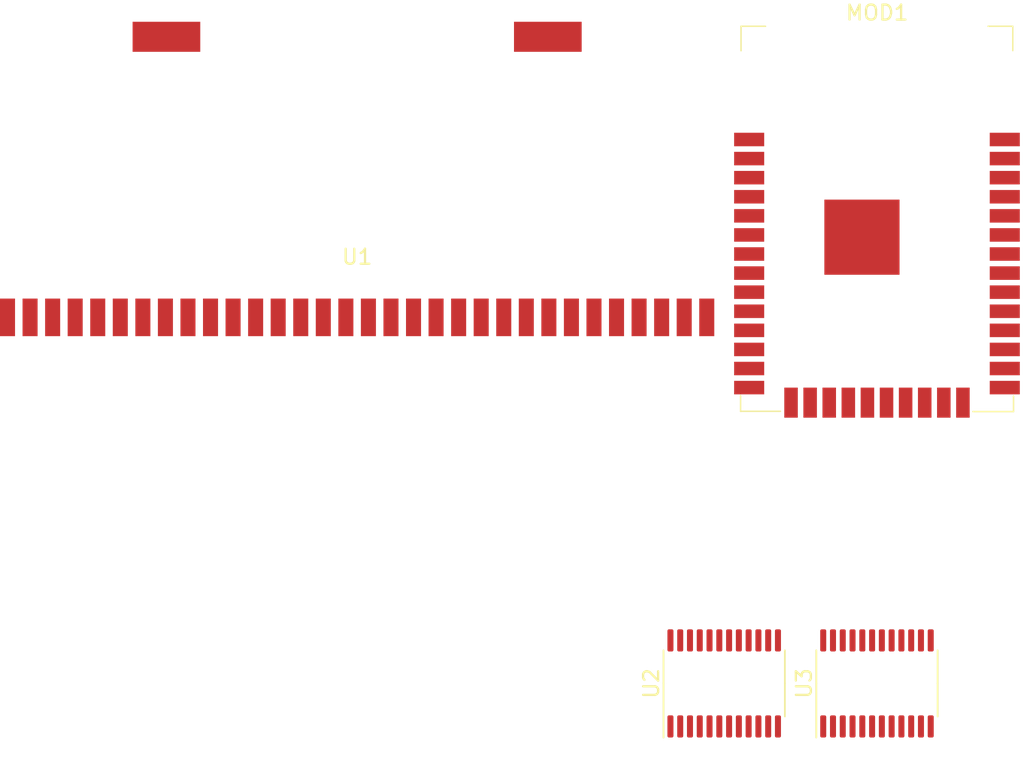
<source format=kicad_pcb>
(kicad_pcb (version 20211014) (generator pcbnew)
  (layers (0 "F.Cu" signal) (31 "B.Cu" signal) (34 "B.Paste" user) (35 "F.Paste" user) (36 "B.SilkS" user "B.Silkscreen") (37 "F.SilkS" user "F.Silkscreen") (38 "B.Mask" user) (39 "F.Mask" user) (44 "Edge.Cuts" user))
  (net 0 "")
  (net 8 "SCL")
  (net 9 "SDA")
  (footprint "Package_SO:TSSOP-24_4.4x7.8mm_P0.65mm" (layer "F.Cu") (at -393.7 86.36 90)
    (fp_text reference "U3" (at 0 -4.85 90) (layer "F.SilkS"))
    (fp_text value "PCAL6416APW")
    (fp_line (start 0 4.035) (end 2.2 4.035) (layer "F.SilkS") (width 0.12))
    (fp_line (start 0 4.035) (end -2.2 4.035) (layer "F.SilkS") (width 0.12))
    (fp_line (start 0 -4.035) (end 2.2 -4.035) (layer "F.SilkS") (width 0.12))
    (fp_line (start 0 -4.035) (end -3.6 -4.035) (layer "F.SilkS") (width 0.12))
    (pad "1" smd roundrect (at -2.8625 -3.575 90) (size 1.475 0.4) (layers "F.Cu" "F.Paste" "F.Mask"))
    (pad "2" smd roundrect (at -2.8625 -2.925 90) (size 1.475 0.4) (layers "F.Cu" "F.Paste" "F.Mask"))
    (pad "3" smd roundrect (at -2.8625 -2.275 90) (size 1.475 0.4) (layers "F.Cu" "F.Paste" "F.Mask"))
    (pad "4" smd roundrect (at -2.8625 -1.625 90) (size 1.475 0.4) (layers "F.Cu" "F.Paste" "F.Mask"))
    (pad "5" smd roundrect (at -2.8625 -0.975 90) (size 1.475 0.4) (layers "F.Cu" "F.Paste" "F.Mask"))
    (pad "6" smd roundrect (at -2.8625 -0.325 90) (size 1.475 0.4) (layers "F.Cu" "F.Paste" "F.Mask"))
    (pad "7" smd roundrect (at -2.8625 0.325 90) (size 1.475 0.4) (layers "F.Cu" "F.Paste" "F.Mask"))
    (pad "8" smd roundrect (at -2.8625 0.975 90) (size 1.475 0.4) (layers "F.Cu" "F.Paste" "F.Mask"))
    (pad "9" smd roundrect (at -2.8625 1.625 90) (size 1.475 0.4) (layers "F.Cu" "F.Paste" "F.Mask"))
    (pad "10" smd roundrect (at -2.8625 2.275 90) (size 1.475 0.4) (layers "F.Cu" "F.Paste" "F.Mask"))
    (pad "11" smd roundrect (at -2.8625 2.925 90) (size 1.475 0.4) (layers "F.Cu" "F.Paste" "F.Mask"))
    (pad "12" smd roundrect (at -2.8625 3.575 90) (size 1.475 0.4) (layers "F.Cu" "F.Paste" "F.Mask"))
    (pad "13" smd roundrect (at 2.8625 3.575 90) (size 1.475 0.4) (layers "F.Cu" "F.Paste" "F.Mask"))
    (pad "14" smd roundrect (at 2.8625 2.925 90) (size 1.475 0.4) (layers "F.Cu" "F.Paste" "F.Mask"))
    (pad "15" smd roundrect (at 2.8625 2.275 90) (size 1.475 0.4) (layers "F.Cu" "F.Paste" "F.Mask"))
    (pad "16" smd roundrect (at 2.8625 1.625 90) (size 1.475 0.4) (layers "F.Cu" "F.Paste" "F.Mask"))
    (pad "17" smd roundrect (at 2.8625 0.975 90) (size 1.475 0.4) (layers "F.Cu" "F.Paste" "F.Mask"))
    (pad "18" smd roundrect (at 2.8625 0.325 90) (size 1.475 0.4) (layers "F.Cu" "F.Paste" "F.Mask"))
    (pad "19" smd roundrect (at 2.8625 -0.325 90) (size 1.475 0.4) (layers "F.Cu" "F.Paste" "F.Mask"))
    (pad "20" smd roundrect (at 2.8625 -0.975 90) (size 1.475 0.4) (layers "F.Cu" "F.Paste" "F.Mask"))
    (pad "21" smd roundrect (at 2.8625 -1.625 90) (size 1.475 0.4) (layers "F.Cu" "F.Paste" "F.Mask"))
    (pad "22" smd roundrect (at 2.8625 -2.275 90) (size 1.475 0.4) (layers "F.Cu" "F.Paste" "F.Mask") (net 8 "SCL"))
    (pad "23" smd roundrect (at 2.8625 -2.925 90) (size 1.475 0.4) (layers "F.Cu" "F.Paste" "F.Mask") (net 9 "SDA"))
    (pad "24" smd roundrect (at 2.8625 -3.575 90) (size 1.475 0.4) (layers "F.Cu" "F.Paste" "F.Mask"))
  )
  (footprint "Footprints:DSL_Cartridge_Reader" (layer "F.Cu") (at -428.27 56.2508)
    (fp_text reference "U1" (at 0 1.7272 180) (layer "F.SilkS"))
    (fp_text value "CartBus")
    (pad "" np_thru_hole circle locked (at 12.93204 -2.04724) (size 2 2) (drill 2) (layers *.Cu *.Mask))
    (pad "" np_thru_hole circle locked (at -12.93204 -2.04724) (size 2 2) (drill 2) (layers *.Cu *.Mask))
    (pad "1" smd rect locked (at -23.25 5.75) (size 1 2.5) (layers "F.Cu" "F.Paste" "F.Mask"))
    (pad "2" smd rect locked (at -21.75 5.75) (size 1 2.5) (layers "F.Cu" "F.Paste" "F.Mask"))
    (pad "3" smd rect locked (at -20.25 5.75) (size 1 2.5) (layers "F.Cu" "F.Paste" "F.Mask"))
    (pad "4" smd rect locked (at -18.75 5.75) (size 1 2.5) (layers "F.Cu" "F.Paste" "F.Mask"))
    (pad "5" smd rect locked (at -17.25 5.75) (size 1 2.5) (layers "F.Cu" "F.Paste" "F.Mask"))
    (pad "6" smd rect locked (at -15.75 5.75) (size 1 2.5) (layers "F.Cu" "F.Paste" "F.Mask"))
    (pad "7" smd rect locked (at -14.25 5.75) (size 1 2.5) (layers "F.Cu" "F.Paste" "F.Mask"))
    (pad "8" smd rect locked (at -12.75 5.75) (size 1 2.5) (layers "F.Cu" "F.Paste" "F.Mask"))
    (pad "9" smd rect locked (at -11.25 5.75) (size 1 2.5) (layers "F.Cu" "F.Paste" "F.Mask"))
    (pad "10" smd rect locked (at -9.75 5.75) (size 1 2.5) (layers "F.Cu" "F.Paste" "F.Mask"))
    (pad "11" smd rect locked (at -8.25 5.75) (size 1 2.5) (layers "F.Cu" "F.Paste" "F.Mask"))
    (pad "12" smd rect locked (at -6.75 5.75) (size 1 2.5) (layers "F.Cu" "F.Paste" "F.Mask"))
    (pad "13" smd rect locked (at -5.25 5.75) (size 1 2.5) (layers "F.Cu" "F.Paste" "F.Mask"))
    (pad "14" smd rect locked (at -3.75 5.75) (size 1 2.5) (layers "F.Cu" "F.Paste" "F.Mask"))
    (pad "15" smd rect locked (at -2.25 5.75) (size 1 2.5) (layers "F.Cu" "F.Paste" "F.Mask"))
    (pad "16" smd rect locked (at -0.75 5.75) (size 1 2.5) (layers "F.Cu" "F.Paste" "F.Mask"))
    (pad "17" smd rect locked (at 0.75 5.75) (size 1 2.5) (layers "F.Cu" "F.Paste" "F.Mask"))
    (pad "18" smd rect locked (at 2.25 5.75) (size 1 2.5) (layers "F.Cu" "F.Paste" "F.Mask"))
    (pad "19" smd rect locked (at 3.75 5.75) (size 1 2.5) (layers "F.Cu" "F.Paste" "F.Mask"))
    (pad "20" smd rect locked (at 5.25 5.75) (size 1 2.5) (layers "F.Cu" "F.Paste" "F.Mask"))
    (pad "21" smd rect locked (at 6.75 5.75) (size 1 2.5) (layers "F.Cu" "F.Paste" "F.Mask"))
    (pad "22" smd rect locked (at 8.25 5.75) (size 1 2.5) (layers "F.Cu" "F.Paste" "F.Mask"))
    (pad "23" smd rect locked (at 9.75 5.75) (size 1 2.5) (layers "F.Cu" "F.Paste" "F.Mask"))
    (pad "24" smd rect locked (at 11.25 5.75) (size 1 2.5) (layers "F.Cu" "F.Paste" "F.Mask"))
    (pad "25" smd rect locked (at 12.75 5.75) (size 1 2.5) (layers "F.Cu" "F.Paste" "F.Mask"))
    (pad "26" smd rect locked (at 14.25 5.75) (size 1 2.5) (layers "F.Cu" "F.Paste" "F.Mask"))
    (pad "27" smd rect locked (at 15.75 5.75) (size 1 2.5) (layers "F.Cu" "F.Paste" "F.Mask"))
    (pad "28" smd rect locked (at 17.25 5.75) (size 1 2.5) (layers "F.Cu" "F.Paste" "F.Mask"))
    (pad "29" smd rect locked (at 18.75 5.75) (size 1 2.5) (layers "F.Cu" "F.Paste" "F.Mask"))
    (pad "30" smd rect locked (at 20.25 5.75) (size 1 2.5) (layers "F.Cu" "F.Paste" "F.Mask"))
    (pad "31" smd rect locked (at 21.75 5.75) (size 1 2.5) (layers "F.Cu" "F.Paste" "F.Mask"))
    (pad "32" smd rect locked (at 23.25 5.75) (size 1 2.5) (layers "F.Cu" "F.Paste" "F.Mask"))
    (pad "GND" smd rect locked (at 12.68204 -12.9208) (size 4.5 2) (layers "F.Cu" "F.Paste" "F.Mask"))
    (pad "GND" smd rect locked (at -12.68204 -12.9208) (size 4.5 2) (layers "F.Cu" "F.Paste" "F.Mask"))
  )
  (footprint "Package_SO:TSSOP-24_4.4x7.8mm_P0.65mm" (layer "F.Cu") (at -403.86 86.36 90)
    (fp_text reference "U2" (at 0 -4.85 90) (layer "F.SilkS"))
    (fp_text value "PCAL6416APW")
    (fp_line (start 0 4.035) (end 2.2 4.035) (layer "F.SilkS") (width 0.12))
    (fp_line (start 0 -4.035) (end -3.6 -4.035) (layer "F.SilkS") (width 0.12))
    (fp_line (start 0 -4.035) (end 2.2 -4.035) (layer "F.SilkS") (width 0.12))
    (fp_line (start 0 4.035) (end -2.2 4.035) (layer "F.SilkS") (width 0.12))
    (pad "1" smd roundrect (at -2.8625 -3.575 90) (size 1.475 0.4) (layers "F.Cu" "F.Paste" "F.Mask"))
    (pad "2" smd roundrect (at -2.8625 -2.925 90) (size 1.475 0.4) (layers "F.Cu" "F.Paste" "F.Mask"))
    (pad "3" smd roundrect (at -2.8625 -2.275 90) (size 1.475 0.4) (layers "F.Cu" "F.Paste" "F.Mask"))
    (pad "4" smd roundrect (at -2.8625 -1.625 90) (size 1.475 0.4) (layers "F.Cu" "F.Paste" "F.Mask"))
    (pad "5" smd roundrect (at -2.8625 -0.975 90) (size 1.475 0.4) (layers "F.Cu" "F.Paste" "F.Mask"))
    (pad "6" smd roundrect (at -2.8625 -0.325 90) (size 1.475 0.4) (layers "F.Cu" "F.Paste" "F.Mask"))
    (pad "7" smd roundrect (at -2.8625 0.325 90) (size 1.475 0.4) (layers "F.Cu" "F.Paste" "F.Mask"))
    (pad "8" smd roundrect (at -2.8625 0.975 90) (size 1.475 0.4) (layers "F.Cu" "F.Paste" "F.Mask"))
    (pad "9" smd roundrect (at -2.8625 1.625 90) (size 1.475 0.4) (layers "F.Cu" "F.Paste" "F.Mask"))
    (pad "10" smd roundrect (at -2.8625 2.275 90) (size 1.475 0.4) (layers "F.Cu" "F.Paste" "F.Mask"))
    (pad "11" smd roundrect (at -2.8625 2.925 90) (size 1.475 0.4) (layers "F.Cu" "F.Paste" "F.Mask"))
    (pad "12" smd roundrect (at -2.8625 3.575 90) (size 1.475 0.4) (layers "F.Cu" "F.Paste" "F.Mask"))
    (pad "13" smd roundrect (at 2.8625 3.575 90) (size 1.475 0.4) (layers "F.Cu" "F.Paste" "F.Mask"))
    (pad "14" smd roundrect (at 2.8625 2.925 90) (size 1.475 0.4) (layers "F.Cu" "F.Paste" "F.Mask"))
    (pad "15" smd roundrect (at 2.8625 2.275 90) (size 1.475 0.4) (layers "F.Cu" "F.Paste" "F.Mask"))
    (pad "16" smd roundrect (at 2.8625 1.625 90) (size 1.475 0.4) (layers "F.Cu" "F.Paste" "F.Mask"))
    (pad "17" smd roundrect (at 2.8625 0.975 90) (size 1.475 0.4) (layers "F.Cu" "F.Paste" "F.Mask"))
    (pad "18" smd roundrect (at 2.8625 0.325 90) (size 1.475 0.4) (layers "F.Cu" "F.Paste" "F.Mask"))
    (pad "19" smd roundrect (at 2.8625 -0.325 90) (size 1.475 0.4) (layers "F.Cu" "F.Paste" "F.Mask"))
    (pad "20" smd roundrect (at 2.8625 -0.975 90) (size 1.475 0.4) (layers "F.Cu" "F.Paste" "F.Mask"))
    (pad "21" smd roundrect (at 2.8625 -1.625 90) (size 1.475 0.4) (layers "F.Cu" "F.Paste" "F.Mask"))
    (pad "22" smd roundrect (at 2.8625 -2.275 90) (size 1.475 0.4) (layers "F.Cu" "F.Paste" "F.Mask") (net 8 "SCL"))
    (pad "23" smd roundrect (at 2.8625 -2.925 90) (size 1.475 0.4) (layers "F.Cu" "F.Paste" "F.Mask") (net 9 "SDA"))
    (pad "24" smd roundrect (at 2.8625 -3.575 90) (size 1.475 0.4) (layers "F.Cu" "F.Paste" "F.Mask"))
  )
  (footprint "digikey-footprints:ESP32-WROOM-32D" (layer "F.Cu") (at -393.7 58.42)
    (fp_text reference "MOD1" (at 0.01 -16.69) (layer "F.SilkS"))
    (fp_text value "ESP32-WROOM-32")
    (fp_line (start -9.07 8.78) (end -9.07 9.83) (layer "F.SilkS") (width 0.1))
    (fp_line (start 9.08 8.81) (end 9.08 9.85) (layer "F.SilkS") (width 0.1))
    (fp_line (start 9.08 9.85) (end 6.38 9.85) (layer "F.SilkS") (width 0.1))
    (fp_line (start 9.03 -14.17) (end 9.03 -15.79) (layer "F.SilkS") (width 0.1))
    (fp_line (start -9.04 -15.79) (end -7.41 -15.79) (layer "F.SilkS") (width 0.1))
    (fp_line (start -9.04 -14.16) (end -9.04 -15.79) (layer "F.SilkS") (width 0.1))
    (fp_line (start 9.03 -15.79) (end 7.39 -15.79) (layer "F.SilkS") (width 0.1))
    (fp_line (start -9.07 9.83) (end -6.42 9.83) (layer "F.SilkS") (width 0.1))
    (pad "1" smd rect locked (at -8.5 -8.255) (size 2 0.9) (layers "F.Cu" "F.Paste" "F.Mask"))
    (pad "2" smd rect locked (at -8.5 -6.985) (size 2 0.9) (layers "F.Cu" "F.Paste" "F.Mask"))
    (pad "3" smd rect locked (at -8.5 -5.715) (size 2 0.9) (layers "F.Cu" "F.Paste" "F.Mask"))
    (pad "4" smd rect locked (at -8.5 -4.445) (size 2 0.9) (layers "F.Cu" "F.Paste" "F.Mask"))
    (pad "5" smd rect locked (at -8.5 -3.175) (size 2 0.9) (layers "F.Cu" "F.Paste" "F.Mask"))
    (pad "6" smd rect locked (at -8.5 -1.905) (size 2 0.9) (layers "F.Cu" "F.Paste" "F.Mask"))
    (pad "7" smd rect locked (at -8.5 -0.635) (size 2 0.9) (layers "F.Cu" "F.Paste" "F.Mask"))
    (pad "8" smd rect locked (at -8.5 0.635) (size 2 0.9) (layers "F.Cu" "F.Paste" "F.Mask"))
    (pad "9" smd rect locked (at -8.5 1.905) (size 2 0.9) (layers "F.Cu" "F.Paste" "F.Mask"))
    (pad "10" smd rect locked (at -8.5 3.175) (size 2 0.9) (layers "F.Cu" "F.Paste" "F.Mask"))
    (pad "11" smd rect locked (at -8.5 4.445) (size 2 0.9) (layers "F.Cu" "F.Paste" "F.Mask"))
    (pad "12" smd rect locked (at -8.5 5.715) (size 2 0.9) (layers "F.Cu" "F.Paste" "F.Mask"))
    (pad "13" smd rect locked (at -8.5 6.985) (size 2 0.9) (layers "F.Cu" "F.Paste" "F.Mask"))
    (pad "14" smd rect locked (at -8.5 8.255) (size 2 0.9) (layers "F.Cu" "F.Paste" "F.Mask"))
    (pad "15" smd rect locked (at -5.715 9.255 90) (size 2 0.9) (layers "F.Cu" "F.Paste" "F.Mask"))
    (pad "16" smd rect locked (at -4.445 9.255 90) (size 2 0.9) (layers "F.Cu" "F.Paste" "F.Mask"))
    (pad "17" smd rect locked (at -3.175 9.255 90) (size 2 0.9) (layers "F.Cu" "F.Paste" "F.Mask"))
    (pad "18" smd rect locked (at -1.905 9.255 90) (size 2 0.9) (layers "F.Cu" "F.Paste" "F.Mask"))
    (pad "19" smd rect locked (at -0.635 9.255 90) (size 2 0.9) (layers "F.Cu" "F.Paste" "F.Mask"))
    (pad "20" smd rect locked (at 0.635 9.255 90) (size 2 0.9) (layers "F.Cu" "F.Paste" "F.Mask"))
    (pad "21" smd rect locked (at 1.905 9.255 90) (size 2 0.9) (layers "F.Cu" "F.Paste" "F.Mask") (net 8 "SCL"))
    (pad "22" smd rect locked (at 3.175 9.255 90) (size 2 0.9) (layers "F.Cu" "F.Paste" "F.Mask") (net 9 "SDA"))
    (pad "23" smd rect locked (at 4.445 9.255 90) (size 2 0.9) (layers "F.Cu" "F.Paste" "F.Mask"))
    (pad "24" smd rect locked (at 5.715 9.255 90) (size 2 0.9) (layers "F.Cu" "F.Paste" "F.Mask"))
    (pad "25" smd rect locked (at 8.5 8.255) (size 2 0.9) (layers "F.Cu" "F.Paste" "F.Mask"))
    (pad "26" smd rect locked (at 8.5 6.985) (size 2 0.9) (layers "F.Cu" "F.Paste" "F.Mask"))
    (pad "27" smd rect locked (at 8.5 5.715) (size 2 0.9) (layers "F.Cu" "F.Paste" "F.Mask"))
    (pad "28" smd rect locked (at 8.5 4.445) (size 2 0.9) (layers "F.Cu" "F.Paste" "F.Mask"))
    (pad "29" smd rect locked (at 8.5 3.175) (size 2 0.9) (layers "F.Cu" "F.Paste" "F.Mask"))
    (pad "30" smd rect locked (at 8.5 1.905) (size 2 0.9) (layers "F.Cu" "F.Paste" "F.Mask"))
    (pad "31" smd rect locked (at 8.5 0.635) (size 2 0.9) (layers "F.Cu" "F.Paste" "F.Mask"))
    (pad "32" smd rect locked (at 8.5 -0.635) (size 2 0.9) (layers "F.Cu" "F.Paste" "F.Mask"))
    (pad "33" smd rect locked (at 8.5 -1.905) (size 2 0.9) (layers "F.Cu" "F.Paste" "F.Mask"))
    (pad "34" smd rect locked (at 8.5 -3.175) (size 2 0.9) (layers "F.Cu" "F.Paste" "F.Mask"))
    (pad "35" smd rect locked (at 8.5 -4.445) (size 2 0.9) (layers "F.Cu" "F.Paste" "F.Mask"))
    (pad "36" smd rect locked (at 8.5 -5.715) (size 2 0.9) (layers "F.Cu" "F.Paste" "F.Mask"))
    (pad "37" smd rect locked (at 8.5 -6.985) (size 2 0.9) (layers "F.Cu" "F.Paste" "F.Mask"))
    (pad "38" smd rect locked (at 8.5 -8.255) (size 2 0.9) (layers "F.Cu" "F.Paste" "F.Mask"))
    (pad "39" smd rect locked (at -1 -1.755) (size 5 5) (layers "F.Cu" "F.Paste" "F.Mask"))
  )
)
</source>
